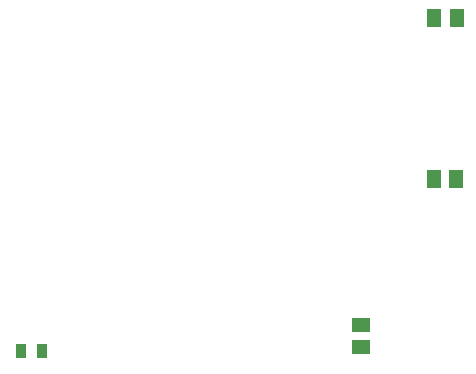
<source format=gtp>
G75*
%MOIN*%
%OFA0B0*%
%FSLAX25Y25*%
%IPPOS*%
%LPD*%
%AMOC8*
5,1,8,0,0,1.08239X$1,22.5*
%
%ADD10R,0.03150X0.04724*%
%ADD11R,0.05118X0.05906*%
%ADD12R,0.05906X0.05118*%
D10*
G36*
X0104263Y0032159D02*
X0101114Y0032192D01*
X0101163Y0036915D01*
X0104312Y0036882D01*
X0104263Y0032159D01*
G37*
G36*
X0111349Y0032085D02*
X0108200Y0032118D01*
X0108249Y0036841D01*
X0111398Y0036808D01*
X0111349Y0032085D01*
G37*
D11*
X0240316Y0091900D03*
X0247796Y0091900D03*
X0247996Y0145500D03*
X0240516Y0145500D03*
D12*
X0216256Y0043240D03*
X0216256Y0035760D03*
M02*

</source>
